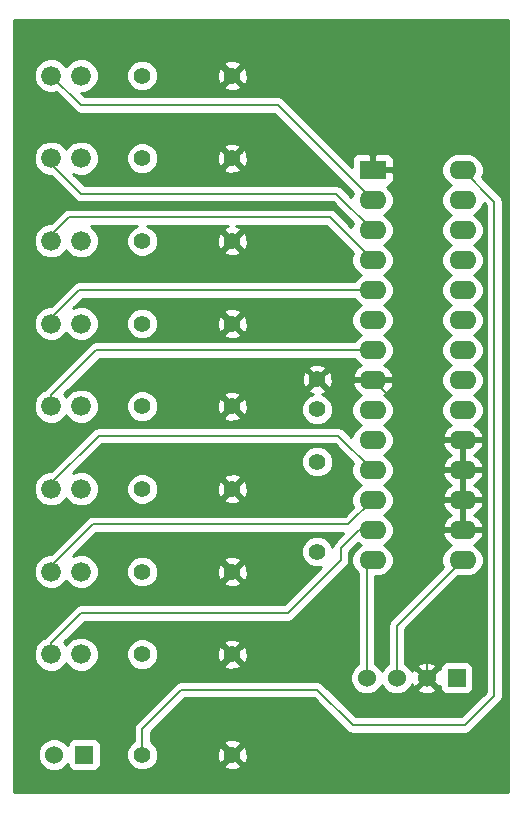
<source format=gbl>
G04 (created by PCBNEW-RS274X (2012-apr-16-27)-stable) date Sa 15 Jun 2013 15:32:55 CEST*
G01*
G70*
G90*
%MOIN*%
G04 Gerber Fmt 3.4, Leading zero omitted, Abs format*
%FSLAX34Y34*%
G04 APERTURE LIST*
%ADD10C,0.006000*%
%ADD11C,0.055000*%
%ADD12R,0.060000X0.060000*%
%ADD13C,0.060000*%
%ADD14C,0.066000*%
%ADD15O,0.090000X0.062000*%
%ADD16R,0.090000X0.062000*%
%ADD17C,0.035000*%
%ADD18C,0.008000*%
%ADD19C,0.010000*%
G04 APERTURE END LIST*
G54D10*
G54D11*
X56571Y-40748D03*
X59571Y-40748D03*
X56571Y-37992D03*
X59571Y-37992D03*
X56571Y-35236D03*
X59571Y-35236D03*
X56571Y-32480D03*
X59571Y-32480D03*
X56571Y-29724D03*
X59571Y-29724D03*
X56571Y-26969D03*
X59571Y-26969D03*
X56571Y-24213D03*
X59571Y-24213D03*
X56571Y-21457D03*
X59571Y-21457D03*
X62402Y-37327D03*
X62402Y-34327D03*
X56571Y-44094D03*
X59571Y-44094D03*
G54D12*
X67051Y-41535D03*
G54D13*
X66051Y-41535D03*
X65051Y-41535D03*
X64051Y-41535D03*
G54D12*
X54634Y-44094D03*
G54D13*
X53634Y-44094D03*
G54D14*
X53535Y-40748D03*
X54535Y-40748D03*
X53535Y-37992D03*
X54535Y-37992D03*
X53535Y-35236D03*
X54535Y-35236D03*
X53535Y-32480D03*
X54535Y-32480D03*
X53535Y-29724D03*
X54535Y-29724D03*
X53535Y-26969D03*
X54535Y-26969D03*
X53535Y-24213D03*
X54535Y-24213D03*
X53535Y-21457D03*
X54535Y-21457D03*
G54D15*
X64248Y-25602D03*
X64248Y-26602D03*
X64248Y-27602D03*
X64248Y-28602D03*
X64248Y-29602D03*
X64248Y-30602D03*
X64248Y-31602D03*
X64248Y-32602D03*
X64248Y-33602D03*
X64248Y-34602D03*
X64248Y-35602D03*
X64248Y-36602D03*
X64248Y-37602D03*
G54D16*
X64248Y-24602D03*
G54D15*
X67248Y-37602D03*
X67248Y-36602D03*
X67248Y-35602D03*
X67248Y-34602D03*
X67248Y-33602D03*
X67248Y-32602D03*
X67248Y-31602D03*
X67248Y-30602D03*
X67248Y-29602D03*
X67248Y-28602D03*
X67248Y-27602D03*
X67248Y-26602D03*
X67248Y-25602D03*
X67248Y-24602D03*
G54D11*
X62402Y-32587D03*
X62402Y-31587D03*
G54D17*
X66142Y-39567D03*
X65748Y-37205D03*
G54D18*
X67248Y-33602D02*
X66248Y-33602D01*
X66051Y-41535D02*
X66051Y-39658D01*
X66248Y-33602D02*
X64248Y-31602D01*
X66351Y-36602D02*
X67248Y-36602D01*
X65748Y-37205D02*
X66351Y-36602D01*
X66051Y-39658D02*
X66142Y-39567D01*
X53535Y-40748D02*
X53535Y-40363D01*
X63792Y-36602D02*
X64248Y-36602D01*
X63189Y-37205D02*
X63792Y-36602D01*
X63189Y-37598D02*
X63189Y-37205D01*
X61417Y-39370D02*
X63189Y-37598D01*
X54528Y-39370D02*
X61417Y-39370D01*
X53535Y-40363D02*
X54528Y-39370D01*
X53535Y-35236D02*
X53535Y-35048D01*
X63111Y-33465D02*
X64248Y-34602D01*
X55118Y-33465D02*
X63111Y-33465D01*
X53535Y-35048D02*
X55118Y-33465D01*
X53535Y-29724D02*
X53535Y-29536D01*
X54469Y-28602D02*
X64248Y-28602D01*
X53535Y-29536D02*
X54469Y-28602D01*
X53535Y-24213D02*
X53535Y-24401D01*
X63040Y-25394D02*
X64248Y-26602D01*
X54528Y-25394D02*
X63040Y-25394D01*
X53535Y-24401D02*
X54528Y-25394D01*
X53535Y-37992D02*
X53535Y-37804D01*
X63433Y-36417D02*
X64248Y-35602D01*
X54922Y-36417D02*
X63433Y-36417D01*
X53535Y-37804D02*
X54922Y-36417D01*
X65051Y-41535D02*
X65051Y-39799D01*
X65051Y-39799D02*
X67248Y-37602D01*
X56571Y-43232D02*
X57874Y-41929D01*
X56571Y-44094D02*
X56571Y-43232D01*
X67323Y-43110D02*
X68307Y-42126D01*
X63583Y-43110D02*
X67323Y-43110D01*
X62402Y-41929D02*
X63583Y-43110D01*
X57874Y-41929D02*
X62402Y-41929D01*
X68307Y-42126D02*
X68307Y-25661D01*
X68307Y-25661D02*
X67248Y-24602D01*
X64051Y-41535D02*
X64051Y-37799D01*
X64051Y-37799D02*
X64248Y-37602D01*
X53535Y-21457D02*
X53544Y-21457D01*
X61087Y-22441D02*
X64248Y-25602D01*
X53544Y-21457D02*
X54528Y-22441D01*
X54528Y-22441D02*
X61087Y-22441D01*
X53535Y-26969D02*
X53535Y-26780D01*
X62827Y-26181D02*
X64248Y-27602D01*
X54134Y-26181D02*
X62827Y-26181D01*
X53535Y-26780D02*
X54134Y-26181D01*
X53535Y-32480D02*
X53535Y-32095D01*
X55028Y-30602D02*
X64248Y-30602D01*
X53535Y-32095D02*
X55028Y-30602D01*
G54D10*
G36*
X68769Y-45344D02*
X68597Y-45344D01*
X68597Y-42126D01*
X68597Y-25661D01*
X68575Y-25550D01*
X68512Y-25456D01*
X68512Y-25455D01*
X67896Y-24839D01*
X67950Y-24711D01*
X67950Y-24493D01*
X67866Y-24291D01*
X67712Y-24137D01*
X67510Y-24053D01*
X67292Y-24053D01*
X66986Y-24053D01*
X66784Y-24137D01*
X66630Y-24291D01*
X66546Y-24493D01*
X66546Y-24711D01*
X66630Y-24913D01*
X66784Y-25067D01*
X66868Y-25102D01*
X66784Y-25137D01*
X66630Y-25291D01*
X66546Y-25493D01*
X66546Y-25711D01*
X66630Y-25913D01*
X66784Y-26067D01*
X66868Y-26102D01*
X66784Y-26137D01*
X66630Y-26291D01*
X66546Y-26493D01*
X66546Y-26711D01*
X66630Y-26913D01*
X66784Y-27067D01*
X66868Y-27102D01*
X66784Y-27137D01*
X66630Y-27291D01*
X66546Y-27493D01*
X66546Y-27711D01*
X66630Y-27913D01*
X66784Y-28067D01*
X66868Y-28102D01*
X66784Y-28137D01*
X66630Y-28291D01*
X66546Y-28493D01*
X66546Y-28711D01*
X66630Y-28913D01*
X66784Y-29067D01*
X66868Y-29102D01*
X66784Y-29137D01*
X66630Y-29291D01*
X66546Y-29493D01*
X66546Y-29711D01*
X66630Y-29913D01*
X66784Y-30067D01*
X66868Y-30102D01*
X66784Y-30137D01*
X66630Y-30291D01*
X66546Y-30493D01*
X66546Y-30711D01*
X66630Y-30913D01*
X66784Y-31067D01*
X66868Y-31102D01*
X66784Y-31137D01*
X66630Y-31291D01*
X66546Y-31493D01*
X66546Y-31711D01*
X66630Y-31913D01*
X66784Y-32067D01*
X66868Y-32102D01*
X66784Y-32137D01*
X66630Y-32291D01*
X66546Y-32493D01*
X66546Y-32711D01*
X66630Y-32913D01*
X66784Y-33067D01*
X66863Y-33100D01*
X66698Y-33220D01*
X66583Y-33406D01*
X66566Y-33465D01*
X66613Y-33552D01*
X67148Y-33552D01*
X67198Y-33552D01*
X67298Y-33552D01*
X67348Y-33552D01*
X67883Y-33552D01*
X67930Y-33465D01*
X67913Y-33406D01*
X67798Y-33220D01*
X67632Y-33100D01*
X67712Y-33067D01*
X67866Y-32913D01*
X67950Y-32711D01*
X67950Y-32493D01*
X67866Y-32291D01*
X67712Y-32137D01*
X67627Y-32102D01*
X67712Y-32067D01*
X67866Y-31913D01*
X67950Y-31711D01*
X67950Y-31493D01*
X67866Y-31291D01*
X67712Y-31137D01*
X67627Y-31102D01*
X67712Y-31067D01*
X67866Y-30913D01*
X67950Y-30711D01*
X67950Y-30493D01*
X67866Y-30291D01*
X67712Y-30137D01*
X67627Y-30102D01*
X67712Y-30067D01*
X67866Y-29913D01*
X67950Y-29711D01*
X67950Y-29493D01*
X67866Y-29291D01*
X67712Y-29137D01*
X67627Y-29102D01*
X67712Y-29067D01*
X67866Y-28913D01*
X67950Y-28711D01*
X67950Y-28493D01*
X67866Y-28291D01*
X67712Y-28137D01*
X67627Y-28102D01*
X67712Y-28067D01*
X67866Y-27913D01*
X67950Y-27711D01*
X67950Y-27493D01*
X67866Y-27291D01*
X67712Y-27137D01*
X67627Y-27102D01*
X67712Y-27067D01*
X67866Y-26913D01*
X67950Y-26711D01*
X67950Y-26493D01*
X67866Y-26291D01*
X67712Y-26137D01*
X67627Y-26102D01*
X67712Y-26067D01*
X67866Y-25913D01*
X67948Y-25713D01*
X68017Y-25781D01*
X68017Y-42006D01*
X67950Y-42073D01*
X67950Y-37711D01*
X67950Y-37493D01*
X67866Y-37291D01*
X67712Y-37137D01*
X67632Y-37103D01*
X67798Y-36984D01*
X67913Y-36798D01*
X67930Y-36739D01*
X67930Y-36465D01*
X67913Y-36406D01*
X67798Y-36220D01*
X67634Y-36102D01*
X67798Y-35984D01*
X67913Y-35798D01*
X67930Y-35739D01*
X67930Y-35465D01*
X67913Y-35406D01*
X67798Y-35220D01*
X67634Y-35102D01*
X67798Y-34984D01*
X67913Y-34798D01*
X67930Y-34739D01*
X67930Y-34465D01*
X67913Y-34406D01*
X67798Y-34220D01*
X67634Y-34102D01*
X67798Y-33984D01*
X67913Y-33798D01*
X67930Y-33739D01*
X67883Y-33652D01*
X67298Y-33652D01*
X67298Y-34042D01*
X67298Y-34162D01*
X67298Y-34552D01*
X67883Y-34552D01*
X67930Y-34465D01*
X67930Y-34739D01*
X67883Y-34652D01*
X67298Y-34652D01*
X67298Y-35042D01*
X67298Y-35162D01*
X67298Y-35552D01*
X67883Y-35552D01*
X67930Y-35465D01*
X67930Y-35739D01*
X67883Y-35652D01*
X67298Y-35652D01*
X67298Y-36042D01*
X67298Y-36162D01*
X67298Y-36552D01*
X67883Y-36552D01*
X67930Y-36465D01*
X67930Y-36739D01*
X67883Y-36652D01*
X67348Y-36652D01*
X67298Y-36652D01*
X67198Y-36652D01*
X67198Y-36552D01*
X67198Y-36162D01*
X67198Y-36042D01*
X67198Y-35652D01*
X67198Y-35552D01*
X67198Y-35162D01*
X67198Y-35042D01*
X67198Y-34652D01*
X67198Y-34552D01*
X67198Y-34162D01*
X67198Y-34042D01*
X67198Y-33652D01*
X66613Y-33652D01*
X66566Y-33739D01*
X66583Y-33798D01*
X66698Y-33984D01*
X66861Y-34102D01*
X66698Y-34220D01*
X66583Y-34406D01*
X66566Y-34465D01*
X66613Y-34552D01*
X67198Y-34552D01*
X67198Y-34652D01*
X66613Y-34652D01*
X66566Y-34739D01*
X66583Y-34798D01*
X66698Y-34984D01*
X66861Y-35102D01*
X66698Y-35220D01*
X66583Y-35406D01*
X66566Y-35465D01*
X66613Y-35552D01*
X67198Y-35552D01*
X67198Y-35652D01*
X66613Y-35652D01*
X66566Y-35739D01*
X66583Y-35798D01*
X66698Y-35984D01*
X66861Y-36102D01*
X66698Y-36220D01*
X66583Y-36406D01*
X66566Y-36465D01*
X66613Y-36552D01*
X67198Y-36552D01*
X67198Y-36652D01*
X67148Y-36652D01*
X66613Y-36652D01*
X66566Y-36739D01*
X66583Y-36798D01*
X66698Y-36984D01*
X66863Y-37103D01*
X66784Y-37137D01*
X66630Y-37291D01*
X66546Y-37493D01*
X66546Y-37711D01*
X66599Y-37840D01*
X64846Y-39594D01*
X64783Y-39688D01*
X64761Y-39799D01*
X64761Y-41061D01*
X64740Y-41070D01*
X64586Y-41224D01*
X64551Y-41308D01*
X64516Y-41224D01*
X64362Y-41070D01*
X64341Y-41061D01*
X64341Y-38151D01*
X64510Y-38151D01*
X64712Y-38067D01*
X64866Y-37913D01*
X64950Y-37711D01*
X64950Y-37493D01*
X64866Y-37291D01*
X64712Y-37137D01*
X64627Y-37102D01*
X64712Y-37067D01*
X64866Y-36913D01*
X64950Y-36711D01*
X64950Y-36493D01*
X64866Y-36291D01*
X64712Y-36137D01*
X64627Y-36102D01*
X64712Y-36067D01*
X64866Y-35913D01*
X64950Y-35711D01*
X64950Y-35493D01*
X64866Y-35291D01*
X64712Y-35137D01*
X64627Y-35102D01*
X64712Y-35067D01*
X64866Y-34913D01*
X64950Y-34711D01*
X64950Y-34493D01*
X64866Y-34291D01*
X64712Y-34137D01*
X64627Y-34102D01*
X64712Y-34067D01*
X64866Y-33913D01*
X64950Y-33711D01*
X64950Y-33493D01*
X64866Y-33291D01*
X64712Y-33137D01*
X64627Y-33102D01*
X64712Y-33067D01*
X64866Y-32913D01*
X64950Y-32711D01*
X64950Y-32493D01*
X64950Y-30711D01*
X64950Y-30493D01*
X64866Y-30291D01*
X64712Y-30137D01*
X64627Y-30102D01*
X64712Y-30067D01*
X64866Y-29913D01*
X64950Y-29711D01*
X64950Y-29493D01*
X64866Y-29291D01*
X64712Y-29137D01*
X64627Y-29102D01*
X64712Y-29067D01*
X64866Y-28913D01*
X64950Y-28711D01*
X64950Y-28493D01*
X64866Y-28291D01*
X64712Y-28137D01*
X64627Y-28102D01*
X64712Y-28067D01*
X64866Y-27913D01*
X64950Y-27711D01*
X64950Y-27493D01*
X64866Y-27291D01*
X64712Y-27137D01*
X64627Y-27102D01*
X64712Y-27067D01*
X64866Y-26913D01*
X64950Y-26711D01*
X64950Y-26493D01*
X64866Y-26291D01*
X64712Y-26137D01*
X64627Y-26102D01*
X64712Y-26067D01*
X64866Y-25913D01*
X64950Y-25711D01*
X64950Y-25493D01*
X64866Y-25291D01*
X64736Y-25161D01*
X64748Y-25161D01*
X64839Y-25123D01*
X64909Y-25053D01*
X64947Y-24961D01*
X64948Y-24714D01*
X64948Y-24490D01*
X64947Y-24243D01*
X64909Y-24151D01*
X64839Y-24081D01*
X64748Y-24043D01*
X64649Y-24043D01*
X64360Y-24042D01*
X64298Y-24104D01*
X64298Y-24552D01*
X64886Y-24552D01*
X64948Y-24490D01*
X64948Y-24714D01*
X64886Y-24652D01*
X64348Y-24652D01*
X64298Y-24652D01*
X64198Y-24652D01*
X64198Y-24552D01*
X64198Y-24502D01*
X64198Y-24104D01*
X64136Y-24042D01*
X63847Y-24043D01*
X63748Y-24043D01*
X63657Y-24081D01*
X63587Y-24151D01*
X63549Y-24243D01*
X63548Y-24490D01*
X63560Y-24502D01*
X63558Y-24502D01*
X61292Y-22236D01*
X61198Y-22173D01*
X61087Y-22151D01*
X60090Y-22151D01*
X60090Y-21531D01*
X60079Y-21327D01*
X60023Y-21190D01*
X59932Y-21167D01*
X59861Y-21238D01*
X59861Y-21096D01*
X59838Y-21005D01*
X59645Y-20938D01*
X59441Y-20949D01*
X59304Y-21005D01*
X59281Y-21096D01*
X59571Y-21386D01*
X59861Y-21096D01*
X59861Y-21238D01*
X59642Y-21457D01*
X59932Y-21747D01*
X60023Y-21724D01*
X60090Y-21531D01*
X60090Y-22151D01*
X59861Y-22151D01*
X59861Y-21818D01*
X59571Y-21528D01*
X59500Y-21599D01*
X59500Y-21457D01*
X59210Y-21167D01*
X59119Y-21190D01*
X59052Y-21383D01*
X59063Y-21587D01*
X59119Y-21724D01*
X59210Y-21747D01*
X59500Y-21457D01*
X59500Y-21599D01*
X59281Y-21818D01*
X59304Y-21909D01*
X59497Y-21976D01*
X59701Y-21965D01*
X59838Y-21909D01*
X59861Y-21818D01*
X59861Y-22151D01*
X57096Y-22151D01*
X57096Y-21562D01*
X57096Y-21353D01*
X57016Y-21160D01*
X56869Y-21012D01*
X56676Y-20932D01*
X56467Y-20932D01*
X56274Y-21012D01*
X56126Y-21159D01*
X56046Y-21352D01*
X56046Y-21561D01*
X56126Y-21754D01*
X56273Y-21902D01*
X56466Y-21982D01*
X56675Y-21982D01*
X56868Y-21902D01*
X57016Y-21755D01*
X57096Y-21562D01*
X57096Y-22151D01*
X54648Y-22151D01*
X54534Y-22037D01*
X54650Y-22037D01*
X54863Y-21949D01*
X55026Y-21786D01*
X55115Y-21573D01*
X55115Y-21342D01*
X55027Y-21129D01*
X54864Y-20966D01*
X54651Y-20877D01*
X54420Y-20877D01*
X54207Y-20965D01*
X54044Y-21128D01*
X54035Y-21148D01*
X54027Y-21129D01*
X53864Y-20966D01*
X53651Y-20877D01*
X53420Y-20877D01*
X53207Y-20965D01*
X53044Y-21128D01*
X52955Y-21341D01*
X52955Y-21572D01*
X53043Y-21785D01*
X53206Y-21948D01*
X53419Y-22037D01*
X53650Y-22037D01*
X53695Y-22018D01*
X54323Y-22646D01*
X54417Y-22709D01*
X54528Y-22731D01*
X60967Y-22731D01*
X63599Y-25363D01*
X63546Y-25490D01*
X63245Y-25189D01*
X63151Y-25126D01*
X63040Y-25104D01*
X60090Y-25104D01*
X60090Y-24287D01*
X60079Y-24083D01*
X60023Y-23946D01*
X59932Y-23923D01*
X59861Y-23994D01*
X59861Y-23852D01*
X59838Y-23761D01*
X59645Y-23694D01*
X59441Y-23705D01*
X59304Y-23761D01*
X59281Y-23852D01*
X59571Y-24142D01*
X59861Y-23852D01*
X59861Y-23994D01*
X59642Y-24213D01*
X59932Y-24503D01*
X60023Y-24480D01*
X60090Y-24287D01*
X60090Y-25104D01*
X59861Y-25104D01*
X59861Y-24574D01*
X59571Y-24284D01*
X59500Y-24355D01*
X59500Y-24213D01*
X59210Y-23923D01*
X59119Y-23946D01*
X59052Y-24139D01*
X59063Y-24343D01*
X59119Y-24480D01*
X59210Y-24503D01*
X59500Y-24213D01*
X59500Y-24355D01*
X59281Y-24574D01*
X59304Y-24665D01*
X59497Y-24732D01*
X59701Y-24721D01*
X59838Y-24665D01*
X59861Y-24574D01*
X59861Y-25104D01*
X57096Y-25104D01*
X57096Y-24318D01*
X57096Y-24109D01*
X57016Y-23916D01*
X56869Y-23768D01*
X56676Y-23688D01*
X56467Y-23688D01*
X56274Y-23768D01*
X56126Y-23915D01*
X56046Y-24108D01*
X56046Y-24317D01*
X56126Y-24510D01*
X56273Y-24658D01*
X56466Y-24738D01*
X56675Y-24738D01*
X56868Y-24658D01*
X57016Y-24511D01*
X57096Y-24318D01*
X57096Y-25104D01*
X54648Y-25104D01*
X54278Y-24734D01*
X54419Y-24793D01*
X54650Y-24793D01*
X54863Y-24705D01*
X55026Y-24542D01*
X55115Y-24329D01*
X55115Y-24098D01*
X55027Y-23885D01*
X54864Y-23722D01*
X54651Y-23633D01*
X54420Y-23633D01*
X54207Y-23721D01*
X54044Y-23884D01*
X54035Y-23904D01*
X54027Y-23885D01*
X53864Y-23722D01*
X53651Y-23633D01*
X53420Y-23633D01*
X53207Y-23721D01*
X53044Y-23884D01*
X52955Y-24097D01*
X52955Y-24328D01*
X53043Y-24541D01*
X53206Y-24704D01*
X53419Y-24793D01*
X53517Y-24793D01*
X54323Y-25599D01*
X54417Y-25662D01*
X54528Y-25684D01*
X62920Y-25684D01*
X63599Y-26363D01*
X63546Y-26490D01*
X63032Y-25976D01*
X62938Y-25913D01*
X62827Y-25891D01*
X54134Y-25891D01*
X54023Y-25913D01*
X53929Y-25976D01*
X53516Y-26389D01*
X53420Y-26389D01*
X53207Y-26477D01*
X53044Y-26640D01*
X52955Y-26853D01*
X52955Y-27084D01*
X53043Y-27297D01*
X53206Y-27460D01*
X53419Y-27549D01*
X53650Y-27549D01*
X53863Y-27461D01*
X54026Y-27298D01*
X54034Y-27277D01*
X54043Y-27297D01*
X54206Y-27460D01*
X54419Y-27549D01*
X54650Y-27549D01*
X54863Y-27461D01*
X55026Y-27298D01*
X55115Y-27085D01*
X55115Y-26854D01*
X55027Y-26641D01*
X54864Y-26478D01*
X54847Y-26471D01*
X56401Y-26471D01*
X56274Y-26524D01*
X56126Y-26671D01*
X56046Y-26864D01*
X56046Y-27073D01*
X56126Y-27266D01*
X56273Y-27414D01*
X56466Y-27494D01*
X56675Y-27494D01*
X56868Y-27414D01*
X57016Y-27267D01*
X57096Y-27074D01*
X57096Y-26865D01*
X57016Y-26672D01*
X56869Y-26524D01*
X56741Y-26471D01*
X59416Y-26471D01*
X59304Y-26517D01*
X59281Y-26608D01*
X59571Y-26898D01*
X59861Y-26608D01*
X59838Y-26517D01*
X59705Y-26471D01*
X62707Y-26471D01*
X63599Y-27363D01*
X63546Y-27493D01*
X63546Y-27711D01*
X63630Y-27913D01*
X63784Y-28067D01*
X63868Y-28102D01*
X63784Y-28137D01*
X63630Y-28291D01*
X63621Y-28312D01*
X60090Y-28312D01*
X60090Y-27043D01*
X60079Y-26839D01*
X60023Y-26702D01*
X59932Y-26679D01*
X59642Y-26969D01*
X59932Y-27259D01*
X60023Y-27236D01*
X60090Y-27043D01*
X60090Y-28312D01*
X59861Y-28312D01*
X59861Y-27330D01*
X59571Y-27040D01*
X59500Y-27111D01*
X59500Y-26969D01*
X59210Y-26679D01*
X59119Y-26702D01*
X59052Y-26895D01*
X59063Y-27099D01*
X59119Y-27236D01*
X59210Y-27259D01*
X59500Y-26969D01*
X59500Y-27111D01*
X59281Y-27330D01*
X59304Y-27421D01*
X59497Y-27488D01*
X59701Y-27477D01*
X59838Y-27421D01*
X59861Y-27330D01*
X59861Y-28312D01*
X54469Y-28312D01*
X54358Y-28334D01*
X54264Y-28397D01*
X54263Y-28397D01*
X54263Y-28398D01*
X53517Y-29144D01*
X53420Y-29144D01*
X53207Y-29232D01*
X53044Y-29395D01*
X52955Y-29608D01*
X52955Y-29839D01*
X53043Y-30052D01*
X53206Y-30215D01*
X53419Y-30304D01*
X53650Y-30304D01*
X53863Y-30216D01*
X54026Y-30053D01*
X54034Y-30032D01*
X54043Y-30052D01*
X54206Y-30215D01*
X54419Y-30304D01*
X54650Y-30304D01*
X54863Y-30216D01*
X55026Y-30053D01*
X55115Y-29840D01*
X55115Y-29609D01*
X55027Y-29396D01*
X54864Y-29233D01*
X54651Y-29144D01*
X54420Y-29144D01*
X54278Y-29202D01*
X54589Y-28892D01*
X63621Y-28892D01*
X63630Y-28913D01*
X63784Y-29067D01*
X63868Y-29102D01*
X63784Y-29137D01*
X63630Y-29291D01*
X63546Y-29493D01*
X63546Y-29711D01*
X63630Y-29913D01*
X63784Y-30067D01*
X63868Y-30102D01*
X63784Y-30137D01*
X63630Y-30291D01*
X63621Y-30312D01*
X60090Y-30312D01*
X60090Y-29798D01*
X60079Y-29594D01*
X60023Y-29457D01*
X59932Y-29434D01*
X59861Y-29505D01*
X59861Y-29363D01*
X59838Y-29272D01*
X59645Y-29205D01*
X59441Y-29216D01*
X59304Y-29272D01*
X59281Y-29363D01*
X59571Y-29653D01*
X59861Y-29363D01*
X59861Y-29505D01*
X59642Y-29724D01*
X59932Y-30014D01*
X60023Y-29991D01*
X60090Y-29798D01*
X60090Y-30312D01*
X59861Y-30312D01*
X59861Y-30085D01*
X59571Y-29795D01*
X59500Y-29866D01*
X59500Y-29724D01*
X59210Y-29434D01*
X59119Y-29457D01*
X59052Y-29650D01*
X59063Y-29854D01*
X59119Y-29991D01*
X59210Y-30014D01*
X59500Y-29724D01*
X59500Y-29866D01*
X59281Y-30085D01*
X59304Y-30176D01*
X59497Y-30243D01*
X59701Y-30232D01*
X59838Y-30176D01*
X59861Y-30085D01*
X59861Y-30312D01*
X57096Y-30312D01*
X57096Y-29829D01*
X57096Y-29620D01*
X57016Y-29427D01*
X56869Y-29279D01*
X56676Y-29199D01*
X56467Y-29199D01*
X56274Y-29279D01*
X56126Y-29426D01*
X56046Y-29619D01*
X56046Y-29828D01*
X56126Y-30021D01*
X56273Y-30169D01*
X56466Y-30249D01*
X56675Y-30249D01*
X56868Y-30169D01*
X57016Y-30022D01*
X57096Y-29829D01*
X57096Y-30312D01*
X55028Y-30312D01*
X54917Y-30334D01*
X54823Y-30397D01*
X53330Y-31890D01*
X53286Y-31955D01*
X53207Y-31988D01*
X53044Y-32151D01*
X52955Y-32364D01*
X52955Y-32595D01*
X53043Y-32808D01*
X53206Y-32971D01*
X53419Y-33060D01*
X53650Y-33060D01*
X53863Y-32972D01*
X54026Y-32809D01*
X54034Y-32788D01*
X54043Y-32808D01*
X54206Y-32971D01*
X54419Y-33060D01*
X54650Y-33060D01*
X54863Y-32972D01*
X55026Y-32809D01*
X55115Y-32596D01*
X55115Y-32365D01*
X55027Y-32152D01*
X54864Y-31989D01*
X54651Y-31900D01*
X54420Y-31900D01*
X54207Y-31988D01*
X54044Y-32151D01*
X54035Y-32171D01*
X54027Y-32152D01*
X53957Y-32082D01*
X55148Y-30892D01*
X63621Y-30892D01*
X63630Y-30913D01*
X63784Y-31067D01*
X63863Y-31100D01*
X63698Y-31220D01*
X63583Y-31406D01*
X63566Y-31465D01*
X63613Y-31552D01*
X64148Y-31552D01*
X64198Y-31552D01*
X64298Y-31552D01*
X64348Y-31552D01*
X64883Y-31552D01*
X64930Y-31465D01*
X64913Y-31406D01*
X64798Y-31220D01*
X64632Y-31100D01*
X64712Y-31067D01*
X64866Y-30913D01*
X64950Y-30711D01*
X64950Y-32493D01*
X64866Y-32291D01*
X64712Y-32137D01*
X64632Y-32103D01*
X64798Y-31984D01*
X64913Y-31798D01*
X64930Y-31739D01*
X64883Y-31652D01*
X64348Y-31652D01*
X64298Y-31652D01*
X64198Y-31652D01*
X64148Y-31652D01*
X63613Y-31652D01*
X63566Y-31739D01*
X63583Y-31798D01*
X63698Y-31984D01*
X63863Y-32103D01*
X63784Y-32137D01*
X63630Y-32291D01*
X63546Y-32493D01*
X63546Y-32711D01*
X63630Y-32913D01*
X63784Y-33067D01*
X63868Y-33102D01*
X63784Y-33137D01*
X63630Y-33291D01*
X63546Y-33490D01*
X63316Y-33260D01*
X63222Y-33197D01*
X63111Y-33175D01*
X62927Y-33175D01*
X62927Y-32692D01*
X62927Y-32483D01*
X62921Y-32468D01*
X62921Y-31661D01*
X62910Y-31457D01*
X62854Y-31320D01*
X62763Y-31297D01*
X62692Y-31368D01*
X62692Y-31226D01*
X62669Y-31135D01*
X62476Y-31068D01*
X62272Y-31079D01*
X62135Y-31135D01*
X62112Y-31226D01*
X62402Y-31516D01*
X62692Y-31226D01*
X62692Y-31368D01*
X62473Y-31587D01*
X62763Y-31877D01*
X62854Y-31854D01*
X62921Y-31661D01*
X62921Y-32468D01*
X62847Y-32290D01*
X62700Y-32142D01*
X62559Y-32083D01*
X62669Y-32039D01*
X62692Y-31948D01*
X62402Y-31658D01*
X62331Y-31729D01*
X62331Y-31587D01*
X62041Y-31297D01*
X61950Y-31320D01*
X61883Y-31513D01*
X61894Y-31717D01*
X61950Y-31854D01*
X62041Y-31877D01*
X62331Y-31587D01*
X62331Y-31729D01*
X62112Y-31948D01*
X62135Y-32039D01*
X62253Y-32080D01*
X62105Y-32142D01*
X61957Y-32289D01*
X61877Y-32482D01*
X61877Y-32691D01*
X61957Y-32884D01*
X62104Y-33032D01*
X62297Y-33112D01*
X62506Y-33112D01*
X62699Y-33032D01*
X62847Y-32885D01*
X62927Y-32692D01*
X62927Y-33175D01*
X60090Y-33175D01*
X60090Y-32554D01*
X60079Y-32350D01*
X60023Y-32213D01*
X59932Y-32190D01*
X59861Y-32261D01*
X59861Y-32119D01*
X59838Y-32028D01*
X59645Y-31961D01*
X59441Y-31972D01*
X59304Y-32028D01*
X59281Y-32119D01*
X59571Y-32409D01*
X59861Y-32119D01*
X59861Y-32261D01*
X59642Y-32480D01*
X59932Y-32770D01*
X60023Y-32747D01*
X60090Y-32554D01*
X60090Y-33175D01*
X59861Y-33175D01*
X59861Y-32841D01*
X59571Y-32551D01*
X59500Y-32622D01*
X59500Y-32480D01*
X59210Y-32190D01*
X59119Y-32213D01*
X59052Y-32406D01*
X59063Y-32610D01*
X59119Y-32747D01*
X59210Y-32770D01*
X59500Y-32480D01*
X59500Y-32622D01*
X59281Y-32841D01*
X59304Y-32932D01*
X59497Y-32999D01*
X59701Y-32988D01*
X59838Y-32932D01*
X59861Y-32841D01*
X59861Y-33175D01*
X57096Y-33175D01*
X57096Y-32585D01*
X57096Y-32376D01*
X57016Y-32183D01*
X56869Y-32035D01*
X56676Y-31955D01*
X56467Y-31955D01*
X56274Y-32035D01*
X56126Y-32182D01*
X56046Y-32375D01*
X56046Y-32584D01*
X56126Y-32777D01*
X56273Y-32925D01*
X56466Y-33005D01*
X56675Y-33005D01*
X56868Y-32925D01*
X57016Y-32778D01*
X57096Y-32585D01*
X57096Y-33175D01*
X55118Y-33175D01*
X55007Y-33197D01*
X54975Y-33218D01*
X54912Y-33260D01*
X53516Y-34656D01*
X53420Y-34656D01*
X53207Y-34744D01*
X53044Y-34907D01*
X52955Y-35120D01*
X52955Y-35351D01*
X53043Y-35564D01*
X53206Y-35727D01*
X53419Y-35816D01*
X53650Y-35816D01*
X53863Y-35728D01*
X54026Y-35565D01*
X54034Y-35544D01*
X54043Y-35564D01*
X54206Y-35727D01*
X54419Y-35816D01*
X54650Y-35816D01*
X54863Y-35728D01*
X55026Y-35565D01*
X55115Y-35352D01*
X55115Y-35121D01*
X55027Y-34908D01*
X54864Y-34745D01*
X54651Y-34656D01*
X54420Y-34656D01*
X54279Y-34714D01*
X55238Y-33755D01*
X62991Y-33755D01*
X63599Y-34363D01*
X63546Y-34493D01*
X63546Y-34711D01*
X63630Y-34913D01*
X63784Y-35067D01*
X63868Y-35102D01*
X63784Y-35137D01*
X63630Y-35291D01*
X63546Y-35493D01*
X63546Y-35711D01*
X63599Y-35840D01*
X63313Y-36127D01*
X62927Y-36127D01*
X62927Y-34432D01*
X62927Y-34223D01*
X62847Y-34030D01*
X62700Y-33882D01*
X62507Y-33802D01*
X62298Y-33802D01*
X62105Y-33882D01*
X61957Y-34029D01*
X61877Y-34222D01*
X61877Y-34431D01*
X61957Y-34624D01*
X62104Y-34772D01*
X62297Y-34852D01*
X62506Y-34852D01*
X62699Y-34772D01*
X62847Y-34625D01*
X62927Y-34432D01*
X62927Y-36127D01*
X60090Y-36127D01*
X60090Y-35310D01*
X60079Y-35106D01*
X60023Y-34969D01*
X59932Y-34946D01*
X59861Y-35017D01*
X59861Y-34875D01*
X59838Y-34784D01*
X59645Y-34717D01*
X59441Y-34728D01*
X59304Y-34784D01*
X59281Y-34875D01*
X59571Y-35165D01*
X59861Y-34875D01*
X59861Y-35017D01*
X59642Y-35236D01*
X59932Y-35526D01*
X60023Y-35503D01*
X60090Y-35310D01*
X60090Y-36127D01*
X59861Y-36127D01*
X59861Y-35597D01*
X59571Y-35307D01*
X59500Y-35378D01*
X59500Y-35236D01*
X59210Y-34946D01*
X59119Y-34969D01*
X59052Y-35162D01*
X59063Y-35366D01*
X59119Y-35503D01*
X59210Y-35526D01*
X59500Y-35236D01*
X59500Y-35378D01*
X59281Y-35597D01*
X59304Y-35688D01*
X59497Y-35755D01*
X59701Y-35744D01*
X59838Y-35688D01*
X59861Y-35597D01*
X59861Y-36127D01*
X57096Y-36127D01*
X57096Y-35341D01*
X57096Y-35132D01*
X57016Y-34939D01*
X56869Y-34791D01*
X56676Y-34711D01*
X56467Y-34711D01*
X56274Y-34791D01*
X56126Y-34938D01*
X56046Y-35131D01*
X56046Y-35340D01*
X56126Y-35533D01*
X56273Y-35681D01*
X56466Y-35761D01*
X56675Y-35761D01*
X56868Y-35681D01*
X57016Y-35534D01*
X57096Y-35341D01*
X57096Y-36127D01*
X54922Y-36127D01*
X54811Y-36149D01*
X54717Y-36212D01*
X53517Y-37412D01*
X53420Y-37412D01*
X53207Y-37500D01*
X53044Y-37663D01*
X52955Y-37876D01*
X52955Y-38107D01*
X53043Y-38320D01*
X53206Y-38483D01*
X53419Y-38572D01*
X53650Y-38572D01*
X53863Y-38484D01*
X54026Y-38321D01*
X54034Y-38300D01*
X54043Y-38320D01*
X54206Y-38483D01*
X54419Y-38572D01*
X54650Y-38572D01*
X54863Y-38484D01*
X55026Y-38321D01*
X55115Y-38108D01*
X55115Y-37877D01*
X55027Y-37664D01*
X54864Y-37501D01*
X54651Y-37412D01*
X54420Y-37412D01*
X54278Y-37470D01*
X55042Y-36707D01*
X63276Y-36707D01*
X62984Y-37000D01*
X62921Y-37094D01*
X62905Y-37171D01*
X62847Y-37030D01*
X62700Y-36882D01*
X62507Y-36802D01*
X62298Y-36802D01*
X62105Y-36882D01*
X61957Y-37029D01*
X61877Y-37222D01*
X61877Y-37431D01*
X61957Y-37624D01*
X62104Y-37772D01*
X62297Y-37852D01*
X62506Y-37852D01*
X62538Y-37838D01*
X61297Y-39080D01*
X60090Y-39080D01*
X60090Y-38066D01*
X60079Y-37862D01*
X60023Y-37725D01*
X59932Y-37702D01*
X59861Y-37773D01*
X59861Y-37631D01*
X59838Y-37540D01*
X59645Y-37473D01*
X59441Y-37484D01*
X59304Y-37540D01*
X59281Y-37631D01*
X59571Y-37921D01*
X59861Y-37631D01*
X59861Y-37773D01*
X59642Y-37992D01*
X59932Y-38282D01*
X60023Y-38259D01*
X60090Y-38066D01*
X60090Y-39080D01*
X59861Y-39080D01*
X59861Y-38353D01*
X59571Y-38063D01*
X59500Y-38134D01*
X59500Y-37992D01*
X59210Y-37702D01*
X59119Y-37725D01*
X59052Y-37918D01*
X59063Y-38122D01*
X59119Y-38259D01*
X59210Y-38282D01*
X59500Y-37992D01*
X59500Y-38134D01*
X59281Y-38353D01*
X59304Y-38444D01*
X59497Y-38511D01*
X59701Y-38500D01*
X59838Y-38444D01*
X59861Y-38353D01*
X59861Y-39080D01*
X57096Y-39080D01*
X57096Y-38097D01*
X57096Y-37888D01*
X57016Y-37695D01*
X56869Y-37547D01*
X56676Y-37467D01*
X56467Y-37467D01*
X56274Y-37547D01*
X56126Y-37694D01*
X56046Y-37887D01*
X56046Y-38096D01*
X56126Y-38289D01*
X56273Y-38437D01*
X56466Y-38517D01*
X56675Y-38517D01*
X56868Y-38437D01*
X57016Y-38290D01*
X57096Y-38097D01*
X57096Y-39080D01*
X54528Y-39080D01*
X54417Y-39102D01*
X54323Y-39165D01*
X53330Y-40158D01*
X53286Y-40223D01*
X53207Y-40256D01*
X53044Y-40419D01*
X52955Y-40632D01*
X52955Y-40863D01*
X53043Y-41076D01*
X53206Y-41239D01*
X53419Y-41328D01*
X53650Y-41328D01*
X53863Y-41240D01*
X54026Y-41077D01*
X54034Y-41056D01*
X54043Y-41076D01*
X54206Y-41239D01*
X54419Y-41328D01*
X54650Y-41328D01*
X54863Y-41240D01*
X55026Y-41077D01*
X55115Y-40864D01*
X55115Y-40633D01*
X55027Y-40420D01*
X54864Y-40257D01*
X54651Y-40168D01*
X54420Y-40168D01*
X54207Y-40256D01*
X54044Y-40419D01*
X54035Y-40439D01*
X54027Y-40420D01*
X53957Y-40350D01*
X54648Y-39660D01*
X61417Y-39660D01*
X61528Y-39638D01*
X61622Y-39575D01*
X63393Y-37804D01*
X63393Y-37803D01*
X63394Y-37803D01*
X63456Y-37710D01*
X63457Y-37709D01*
X63478Y-37599D01*
X63479Y-37598D01*
X63479Y-37325D01*
X63760Y-37043D01*
X63784Y-37067D01*
X63868Y-37102D01*
X63784Y-37137D01*
X63630Y-37291D01*
X63546Y-37493D01*
X63546Y-37711D01*
X63630Y-37913D01*
X63761Y-38044D01*
X63761Y-41061D01*
X63740Y-41070D01*
X63586Y-41224D01*
X63502Y-41426D01*
X63502Y-41644D01*
X63586Y-41846D01*
X63740Y-42000D01*
X63942Y-42084D01*
X64160Y-42084D01*
X64362Y-42000D01*
X64516Y-41846D01*
X64551Y-41761D01*
X64586Y-41846D01*
X64740Y-42000D01*
X64942Y-42084D01*
X65160Y-42084D01*
X65362Y-42000D01*
X65516Y-41846D01*
X65553Y-41754D01*
X65579Y-41816D01*
X65673Y-41843D01*
X65980Y-41535D01*
X65673Y-41227D01*
X65579Y-41254D01*
X65555Y-41319D01*
X65516Y-41224D01*
X65362Y-41070D01*
X65341Y-41061D01*
X65341Y-39919D01*
X67109Y-38151D01*
X67204Y-38151D01*
X67510Y-38151D01*
X67712Y-38067D01*
X67866Y-37913D01*
X67950Y-37711D01*
X67950Y-42073D01*
X67600Y-42423D01*
X67600Y-41885D01*
X67600Y-41786D01*
X67600Y-41186D01*
X67562Y-41094D01*
X67492Y-41024D01*
X67401Y-40986D01*
X67302Y-40986D01*
X66702Y-40986D01*
X66610Y-41024D01*
X66540Y-41094D01*
X66502Y-41185D01*
X66502Y-41247D01*
X66429Y-41227D01*
X66359Y-41297D01*
X66359Y-41157D01*
X66332Y-41063D01*
X66130Y-40992D01*
X65917Y-41003D01*
X65770Y-41063D01*
X65743Y-41157D01*
X66051Y-41464D01*
X66359Y-41157D01*
X66359Y-41297D01*
X66122Y-41535D01*
X66429Y-41843D01*
X66502Y-41822D01*
X66502Y-41884D01*
X66540Y-41976D01*
X66610Y-42046D01*
X66701Y-42084D01*
X66800Y-42084D01*
X67400Y-42084D01*
X67492Y-42046D01*
X67562Y-41976D01*
X67600Y-41885D01*
X67600Y-42423D01*
X67203Y-42820D01*
X66359Y-42820D01*
X66359Y-41913D01*
X66051Y-41606D01*
X65743Y-41913D01*
X65770Y-42007D01*
X65972Y-42078D01*
X66185Y-42067D01*
X66332Y-42007D01*
X66359Y-41913D01*
X66359Y-42820D01*
X63703Y-42820D01*
X62607Y-41724D01*
X62513Y-41661D01*
X62402Y-41639D01*
X60090Y-41639D01*
X60090Y-40822D01*
X60079Y-40618D01*
X60023Y-40481D01*
X59932Y-40458D01*
X59861Y-40529D01*
X59861Y-40387D01*
X59838Y-40296D01*
X59645Y-40229D01*
X59441Y-40240D01*
X59304Y-40296D01*
X59281Y-40387D01*
X59571Y-40677D01*
X59861Y-40387D01*
X59861Y-40529D01*
X59642Y-40748D01*
X59932Y-41038D01*
X60023Y-41015D01*
X60090Y-40822D01*
X60090Y-41639D01*
X59861Y-41639D01*
X59861Y-41109D01*
X59571Y-40819D01*
X59500Y-40890D01*
X59500Y-40748D01*
X59210Y-40458D01*
X59119Y-40481D01*
X59052Y-40674D01*
X59063Y-40878D01*
X59119Y-41015D01*
X59210Y-41038D01*
X59500Y-40748D01*
X59500Y-40890D01*
X59281Y-41109D01*
X59304Y-41200D01*
X59497Y-41267D01*
X59701Y-41256D01*
X59838Y-41200D01*
X59861Y-41109D01*
X59861Y-41639D01*
X57874Y-41639D01*
X57763Y-41661D01*
X57731Y-41682D01*
X57668Y-41724D01*
X57096Y-42296D01*
X57096Y-40853D01*
X57096Y-40644D01*
X57016Y-40451D01*
X56869Y-40303D01*
X56676Y-40223D01*
X56467Y-40223D01*
X56274Y-40303D01*
X56126Y-40450D01*
X56046Y-40643D01*
X56046Y-40852D01*
X56126Y-41045D01*
X56273Y-41193D01*
X56466Y-41273D01*
X56675Y-41273D01*
X56868Y-41193D01*
X57016Y-41046D01*
X57096Y-40853D01*
X57096Y-42296D01*
X56366Y-43027D01*
X56303Y-43121D01*
X56281Y-43232D01*
X56281Y-43646D01*
X56274Y-43649D01*
X56126Y-43796D01*
X56046Y-43989D01*
X56046Y-44198D01*
X56126Y-44391D01*
X56273Y-44539D01*
X56466Y-44619D01*
X56675Y-44619D01*
X56868Y-44539D01*
X57016Y-44392D01*
X57096Y-44199D01*
X57096Y-43990D01*
X57016Y-43797D01*
X56869Y-43649D01*
X56861Y-43645D01*
X56861Y-43352D01*
X57994Y-42219D01*
X62282Y-42219D01*
X63378Y-43315D01*
X63472Y-43378D01*
X63583Y-43400D01*
X67323Y-43400D01*
X67434Y-43378D01*
X67528Y-43315D01*
X68512Y-42331D01*
X68575Y-42237D01*
X68596Y-42126D01*
X68597Y-42126D01*
X68597Y-45344D01*
X60090Y-45344D01*
X60090Y-44168D01*
X60079Y-43964D01*
X60023Y-43827D01*
X59932Y-43804D01*
X59861Y-43875D01*
X59861Y-43733D01*
X59838Y-43642D01*
X59645Y-43575D01*
X59441Y-43586D01*
X59304Y-43642D01*
X59281Y-43733D01*
X59571Y-44023D01*
X59861Y-43733D01*
X59861Y-43875D01*
X59642Y-44094D01*
X59932Y-44384D01*
X60023Y-44361D01*
X60090Y-44168D01*
X60090Y-45344D01*
X59861Y-45344D01*
X59861Y-44455D01*
X59571Y-44165D01*
X59500Y-44236D01*
X59500Y-44094D01*
X59210Y-43804D01*
X59119Y-43827D01*
X59052Y-44020D01*
X59063Y-44224D01*
X59119Y-44361D01*
X59210Y-44384D01*
X59500Y-44094D01*
X59500Y-44236D01*
X59281Y-44455D01*
X59304Y-44546D01*
X59497Y-44613D01*
X59701Y-44602D01*
X59838Y-44546D01*
X59861Y-44455D01*
X59861Y-45344D01*
X55183Y-45344D01*
X55183Y-44444D01*
X55183Y-44345D01*
X55183Y-43745D01*
X55145Y-43653D01*
X55075Y-43583D01*
X54984Y-43545D01*
X54885Y-43545D01*
X54285Y-43545D01*
X54193Y-43583D01*
X54123Y-43653D01*
X54085Y-43744D01*
X54085Y-43769D01*
X53945Y-43629D01*
X53743Y-43545D01*
X53525Y-43545D01*
X53323Y-43629D01*
X53169Y-43783D01*
X53085Y-43985D01*
X53085Y-44203D01*
X53169Y-44405D01*
X53323Y-44559D01*
X53525Y-44643D01*
X53743Y-44643D01*
X53945Y-44559D01*
X54085Y-44419D01*
X54085Y-44443D01*
X54123Y-44535D01*
X54193Y-44605D01*
X54284Y-44643D01*
X54383Y-44643D01*
X54983Y-44643D01*
X55075Y-44605D01*
X55145Y-44535D01*
X55183Y-44444D01*
X55183Y-45344D01*
X52294Y-45344D01*
X52294Y-19616D01*
X68769Y-19616D01*
X68769Y-45344D01*
X68769Y-45344D01*
G37*
G54D19*
X68769Y-45344D02*
X68597Y-45344D01*
X68597Y-42126D01*
X68597Y-25661D01*
X68575Y-25550D01*
X68512Y-25456D01*
X68512Y-25455D01*
X67896Y-24839D01*
X67950Y-24711D01*
X67950Y-24493D01*
X67866Y-24291D01*
X67712Y-24137D01*
X67510Y-24053D01*
X67292Y-24053D01*
X66986Y-24053D01*
X66784Y-24137D01*
X66630Y-24291D01*
X66546Y-24493D01*
X66546Y-24711D01*
X66630Y-24913D01*
X66784Y-25067D01*
X66868Y-25102D01*
X66784Y-25137D01*
X66630Y-25291D01*
X66546Y-25493D01*
X66546Y-25711D01*
X66630Y-25913D01*
X66784Y-26067D01*
X66868Y-26102D01*
X66784Y-26137D01*
X66630Y-26291D01*
X66546Y-26493D01*
X66546Y-26711D01*
X66630Y-26913D01*
X66784Y-27067D01*
X66868Y-27102D01*
X66784Y-27137D01*
X66630Y-27291D01*
X66546Y-27493D01*
X66546Y-27711D01*
X66630Y-27913D01*
X66784Y-28067D01*
X66868Y-28102D01*
X66784Y-28137D01*
X66630Y-28291D01*
X66546Y-28493D01*
X66546Y-28711D01*
X66630Y-28913D01*
X66784Y-29067D01*
X66868Y-29102D01*
X66784Y-29137D01*
X66630Y-29291D01*
X66546Y-29493D01*
X66546Y-29711D01*
X66630Y-29913D01*
X66784Y-30067D01*
X66868Y-30102D01*
X66784Y-30137D01*
X66630Y-30291D01*
X66546Y-30493D01*
X66546Y-30711D01*
X66630Y-30913D01*
X66784Y-31067D01*
X66868Y-31102D01*
X66784Y-31137D01*
X66630Y-31291D01*
X66546Y-31493D01*
X66546Y-31711D01*
X66630Y-31913D01*
X66784Y-32067D01*
X66868Y-32102D01*
X66784Y-32137D01*
X66630Y-32291D01*
X66546Y-32493D01*
X66546Y-32711D01*
X66630Y-32913D01*
X66784Y-33067D01*
X66863Y-33100D01*
X66698Y-33220D01*
X66583Y-33406D01*
X66566Y-33465D01*
X66613Y-33552D01*
X67148Y-33552D01*
X67198Y-33552D01*
X67298Y-33552D01*
X67348Y-33552D01*
X67883Y-33552D01*
X67930Y-33465D01*
X67913Y-33406D01*
X67798Y-33220D01*
X67632Y-33100D01*
X67712Y-33067D01*
X67866Y-32913D01*
X67950Y-32711D01*
X67950Y-32493D01*
X67866Y-32291D01*
X67712Y-32137D01*
X67627Y-32102D01*
X67712Y-32067D01*
X67866Y-31913D01*
X67950Y-31711D01*
X67950Y-31493D01*
X67866Y-31291D01*
X67712Y-31137D01*
X67627Y-31102D01*
X67712Y-31067D01*
X67866Y-30913D01*
X67950Y-30711D01*
X67950Y-30493D01*
X67866Y-30291D01*
X67712Y-30137D01*
X67627Y-30102D01*
X67712Y-30067D01*
X67866Y-29913D01*
X67950Y-29711D01*
X67950Y-29493D01*
X67866Y-29291D01*
X67712Y-29137D01*
X67627Y-29102D01*
X67712Y-29067D01*
X67866Y-28913D01*
X67950Y-28711D01*
X67950Y-28493D01*
X67866Y-28291D01*
X67712Y-28137D01*
X67627Y-28102D01*
X67712Y-28067D01*
X67866Y-27913D01*
X67950Y-27711D01*
X67950Y-27493D01*
X67866Y-27291D01*
X67712Y-27137D01*
X67627Y-27102D01*
X67712Y-27067D01*
X67866Y-26913D01*
X67950Y-26711D01*
X67950Y-26493D01*
X67866Y-26291D01*
X67712Y-26137D01*
X67627Y-26102D01*
X67712Y-26067D01*
X67866Y-25913D01*
X67948Y-25713D01*
X68017Y-25781D01*
X68017Y-42006D01*
X67950Y-42073D01*
X67950Y-37711D01*
X67950Y-37493D01*
X67866Y-37291D01*
X67712Y-37137D01*
X67632Y-37103D01*
X67798Y-36984D01*
X67913Y-36798D01*
X67930Y-36739D01*
X67930Y-36465D01*
X67913Y-36406D01*
X67798Y-36220D01*
X67634Y-36102D01*
X67798Y-35984D01*
X67913Y-35798D01*
X67930Y-35739D01*
X67930Y-35465D01*
X67913Y-35406D01*
X67798Y-35220D01*
X67634Y-35102D01*
X67798Y-34984D01*
X67913Y-34798D01*
X67930Y-34739D01*
X67930Y-34465D01*
X67913Y-34406D01*
X67798Y-34220D01*
X67634Y-34102D01*
X67798Y-33984D01*
X67913Y-33798D01*
X67930Y-33739D01*
X67883Y-33652D01*
X67298Y-33652D01*
X67298Y-34042D01*
X67298Y-34162D01*
X67298Y-34552D01*
X67883Y-34552D01*
X67930Y-34465D01*
X67930Y-34739D01*
X67883Y-34652D01*
X67298Y-34652D01*
X67298Y-35042D01*
X67298Y-35162D01*
X67298Y-35552D01*
X67883Y-35552D01*
X67930Y-35465D01*
X67930Y-35739D01*
X67883Y-35652D01*
X67298Y-35652D01*
X67298Y-36042D01*
X67298Y-36162D01*
X67298Y-36552D01*
X67883Y-36552D01*
X67930Y-36465D01*
X67930Y-36739D01*
X67883Y-36652D01*
X67348Y-36652D01*
X67298Y-36652D01*
X67198Y-36652D01*
X67198Y-36552D01*
X67198Y-36162D01*
X67198Y-36042D01*
X67198Y-35652D01*
X67198Y-35552D01*
X67198Y-35162D01*
X67198Y-35042D01*
X67198Y-34652D01*
X67198Y-34552D01*
X67198Y-34162D01*
X67198Y-34042D01*
X67198Y-33652D01*
X66613Y-33652D01*
X66566Y-33739D01*
X66583Y-33798D01*
X66698Y-33984D01*
X66861Y-34102D01*
X66698Y-34220D01*
X66583Y-34406D01*
X66566Y-34465D01*
X66613Y-34552D01*
X67198Y-34552D01*
X67198Y-34652D01*
X66613Y-34652D01*
X66566Y-34739D01*
X66583Y-34798D01*
X66698Y-34984D01*
X66861Y-35102D01*
X66698Y-35220D01*
X66583Y-35406D01*
X66566Y-35465D01*
X66613Y-35552D01*
X67198Y-35552D01*
X67198Y-35652D01*
X66613Y-35652D01*
X66566Y-35739D01*
X66583Y-35798D01*
X66698Y-35984D01*
X66861Y-36102D01*
X66698Y-36220D01*
X66583Y-36406D01*
X66566Y-36465D01*
X66613Y-36552D01*
X67198Y-36552D01*
X67198Y-36652D01*
X67148Y-36652D01*
X66613Y-36652D01*
X66566Y-36739D01*
X66583Y-36798D01*
X66698Y-36984D01*
X66863Y-37103D01*
X66784Y-37137D01*
X66630Y-37291D01*
X66546Y-37493D01*
X66546Y-37711D01*
X66599Y-37840D01*
X64846Y-39594D01*
X64783Y-39688D01*
X64761Y-39799D01*
X64761Y-41061D01*
X64740Y-41070D01*
X64586Y-41224D01*
X64551Y-41308D01*
X64516Y-41224D01*
X64362Y-41070D01*
X64341Y-41061D01*
X64341Y-38151D01*
X64510Y-38151D01*
X64712Y-38067D01*
X64866Y-37913D01*
X64950Y-37711D01*
X64950Y-37493D01*
X64866Y-37291D01*
X64712Y-37137D01*
X64627Y-37102D01*
X64712Y-37067D01*
X64866Y-36913D01*
X64950Y-36711D01*
X64950Y-36493D01*
X64866Y-36291D01*
X64712Y-36137D01*
X64627Y-36102D01*
X64712Y-36067D01*
X64866Y-35913D01*
X64950Y-35711D01*
X64950Y-35493D01*
X64866Y-35291D01*
X64712Y-35137D01*
X64627Y-35102D01*
X64712Y-35067D01*
X64866Y-34913D01*
X64950Y-34711D01*
X64950Y-34493D01*
X64866Y-34291D01*
X64712Y-34137D01*
X64627Y-34102D01*
X64712Y-34067D01*
X64866Y-33913D01*
X64950Y-33711D01*
X64950Y-33493D01*
X64866Y-33291D01*
X64712Y-33137D01*
X64627Y-33102D01*
X64712Y-33067D01*
X64866Y-32913D01*
X64950Y-32711D01*
X64950Y-32493D01*
X64950Y-30711D01*
X64950Y-30493D01*
X64866Y-30291D01*
X64712Y-30137D01*
X64627Y-30102D01*
X64712Y-30067D01*
X64866Y-29913D01*
X64950Y-29711D01*
X64950Y-29493D01*
X64866Y-29291D01*
X64712Y-29137D01*
X64627Y-29102D01*
X64712Y-29067D01*
X64866Y-28913D01*
X64950Y-28711D01*
X64950Y-28493D01*
X64866Y-28291D01*
X64712Y-28137D01*
X64627Y-28102D01*
X64712Y-28067D01*
X64866Y-27913D01*
X64950Y-27711D01*
X64950Y-27493D01*
X64866Y-27291D01*
X64712Y-27137D01*
X64627Y-27102D01*
X64712Y-27067D01*
X64866Y-26913D01*
X64950Y-26711D01*
X64950Y-26493D01*
X64866Y-26291D01*
X64712Y-26137D01*
X64627Y-26102D01*
X64712Y-26067D01*
X64866Y-25913D01*
X64950Y-25711D01*
X64950Y-25493D01*
X64866Y-25291D01*
X64736Y-25161D01*
X64748Y-25161D01*
X64839Y-25123D01*
X64909Y-25053D01*
X64947Y-24961D01*
X64948Y-24714D01*
X64948Y-24490D01*
X64947Y-24243D01*
X64909Y-24151D01*
X64839Y-24081D01*
X64748Y-24043D01*
X64649Y-24043D01*
X64360Y-24042D01*
X64298Y-24104D01*
X64298Y-24552D01*
X64886Y-24552D01*
X64948Y-24490D01*
X64948Y-24714D01*
X64886Y-24652D01*
X64348Y-24652D01*
X64298Y-24652D01*
X64198Y-24652D01*
X64198Y-24552D01*
X64198Y-24502D01*
X64198Y-24104D01*
X64136Y-24042D01*
X63847Y-24043D01*
X63748Y-24043D01*
X63657Y-24081D01*
X63587Y-24151D01*
X63549Y-24243D01*
X63548Y-24490D01*
X63560Y-24502D01*
X63558Y-24502D01*
X61292Y-22236D01*
X61198Y-22173D01*
X61087Y-22151D01*
X60090Y-22151D01*
X60090Y-21531D01*
X60079Y-21327D01*
X60023Y-21190D01*
X59932Y-21167D01*
X59861Y-21238D01*
X59861Y-21096D01*
X59838Y-21005D01*
X59645Y-20938D01*
X59441Y-20949D01*
X59304Y-21005D01*
X59281Y-21096D01*
X59571Y-21386D01*
X59861Y-21096D01*
X59861Y-21238D01*
X59642Y-21457D01*
X59932Y-21747D01*
X60023Y-21724D01*
X60090Y-21531D01*
X60090Y-22151D01*
X59861Y-22151D01*
X59861Y-21818D01*
X59571Y-21528D01*
X59500Y-21599D01*
X59500Y-21457D01*
X59210Y-21167D01*
X59119Y-21190D01*
X59052Y-21383D01*
X59063Y-21587D01*
X59119Y-21724D01*
X59210Y-21747D01*
X59500Y-21457D01*
X59500Y-21599D01*
X59281Y-21818D01*
X59304Y-21909D01*
X59497Y-21976D01*
X59701Y-21965D01*
X59838Y-21909D01*
X59861Y-21818D01*
X59861Y-22151D01*
X57096Y-22151D01*
X57096Y-21562D01*
X57096Y-21353D01*
X57016Y-21160D01*
X56869Y-21012D01*
X56676Y-20932D01*
X56467Y-20932D01*
X56274Y-21012D01*
X56126Y-21159D01*
X56046Y-21352D01*
X56046Y-21561D01*
X56126Y-21754D01*
X56273Y-21902D01*
X56466Y-21982D01*
X56675Y-21982D01*
X56868Y-21902D01*
X57016Y-21755D01*
X57096Y-21562D01*
X57096Y-22151D01*
X54648Y-22151D01*
X54534Y-22037D01*
X54650Y-22037D01*
X54863Y-21949D01*
X55026Y-21786D01*
X55115Y-21573D01*
X55115Y-21342D01*
X55027Y-21129D01*
X54864Y-20966D01*
X54651Y-20877D01*
X54420Y-20877D01*
X54207Y-20965D01*
X54044Y-21128D01*
X54035Y-21148D01*
X54027Y-21129D01*
X53864Y-20966D01*
X53651Y-20877D01*
X53420Y-20877D01*
X53207Y-20965D01*
X53044Y-21128D01*
X52955Y-21341D01*
X52955Y-21572D01*
X53043Y-21785D01*
X53206Y-21948D01*
X53419Y-22037D01*
X53650Y-22037D01*
X53695Y-22018D01*
X54323Y-22646D01*
X54417Y-22709D01*
X54528Y-22731D01*
X60967Y-22731D01*
X63599Y-25363D01*
X63546Y-25490D01*
X63245Y-25189D01*
X63151Y-25126D01*
X63040Y-25104D01*
X60090Y-25104D01*
X60090Y-24287D01*
X60079Y-24083D01*
X60023Y-23946D01*
X59932Y-23923D01*
X59861Y-23994D01*
X59861Y-23852D01*
X59838Y-23761D01*
X59645Y-23694D01*
X59441Y-23705D01*
X59304Y-23761D01*
X59281Y-23852D01*
X59571Y-24142D01*
X59861Y-23852D01*
X59861Y-23994D01*
X59642Y-24213D01*
X59932Y-24503D01*
X60023Y-24480D01*
X60090Y-24287D01*
X60090Y-25104D01*
X59861Y-25104D01*
X59861Y-24574D01*
X59571Y-24284D01*
X59500Y-24355D01*
X59500Y-24213D01*
X59210Y-23923D01*
X59119Y-23946D01*
X59052Y-24139D01*
X59063Y-24343D01*
X59119Y-24480D01*
X59210Y-24503D01*
X59500Y-24213D01*
X59500Y-24355D01*
X59281Y-24574D01*
X59304Y-24665D01*
X59497Y-24732D01*
X59701Y-24721D01*
X59838Y-24665D01*
X59861Y-24574D01*
X59861Y-25104D01*
X57096Y-25104D01*
X57096Y-24318D01*
X57096Y-24109D01*
X57016Y-23916D01*
X56869Y-23768D01*
X56676Y-23688D01*
X56467Y-23688D01*
X56274Y-23768D01*
X56126Y-23915D01*
X56046Y-24108D01*
X56046Y-24317D01*
X56126Y-24510D01*
X56273Y-24658D01*
X56466Y-24738D01*
X56675Y-24738D01*
X56868Y-24658D01*
X57016Y-24511D01*
X57096Y-24318D01*
X57096Y-25104D01*
X54648Y-25104D01*
X54278Y-24734D01*
X54419Y-24793D01*
X54650Y-24793D01*
X54863Y-24705D01*
X55026Y-24542D01*
X55115Y-24329D01*
X55115Y-24098D01*
X55027Y-23885D01*
X54864Y-23722D01*
X54651Y-23633D01*
X54420Y-23633D01*
X54207Y-23721D01*
X54044Y-23884D01*
X54035Y-23904D01*
X54027Y-23885D01*
X53864Y-23722D01*
X53651Y-23633D01*
X53420Y-23633D01*
X53207Y-23721D01*
X53044Y-23884D01*
X52955Y-24097D01*
X52955Y-24328D01*
X53043Y-24541D01*
X53206Y-24704D01*
X53419Y-24793D01*
X53517Y-24793D01*
X54323Y-25599D01*
X54417Y-25662D01*
X54528Y-25684D01*
X62920Y-25684D01*
X63599Y-26363D01*
X63546Y-26490D01*
X63032Y-25976D01*
X62938Y-25913D01*
X62827Y-25891D01*
X54134Y-25891D01*
X54023Y-25913D01*
X53929Y-25976D01*
X53516Y-26389D01*
X53420Y-26389D01*
X53207Y-26477D01*
X53044Y-26640D01*
X52955Y-26853D01*
X52955Y-27084D01*
X53043Y-27297D01*
X53206Y-27460D01*
X53419Y-27549D01*
X53650Y-27549D01*
X53863Y-27461D01*
X54026Y-27298D01*
X54034Y-27277D01*
X54043Y-27297D01*
X54206Y-27460D01*
X54419Y-27549D01*
X54650Y-27549D01*
X54863Y-27461D01*
X55026Y-27298D01*
X55115Y-27085D01*
X55115Y-26854D01*
X55027Y-26641D01*
X54864Y-26478D01*
X54847Y-26471D01*
X56401Y-26471D01*
X56274Y-26524D01*
X56126Y-26671D01*
X56046Y-26864D01*
X56046Y-27073D01*
X56126Y-27266D01*
X56273Y-27414D01*
X56466Y-27494D01*
X56675Y-27494D01*
X56868Y-27414D01*
X57016Y-27267D01*
X57096Y-27074D01*
X57096Y-26865D01*
X57016Y-26672D01*
X56869Y-26524D01*
X56741Y-26471D01*
X59416Y-26471D01*
X59304Y-26517D01*
X59281Y-26608D01*
X59571Y-26898D01*
X59861Y-26608D01*
X59838Y-26517D01*
X59705Y-26471D01*
X62707Y-26471D01*
X63599Y-27363D01*
X63546Y-27493D01*
X63546Y-27711D01*
X63630Y-27913D01*
X63784Y-28067D01*
X63868Y-28102D01*
X63784Y-28137D01*
X63630Y-28291D01*
X63621Y-28312D01*
X60090Y-28312D01*
X60090Y-27043D01*
X60079Y-26839D01*
X60023Y-26702D01*
X59932Y-26679D01*
X59642Y-26969D01*
X59932Y-27259D01*
X60023Y-27236D01*
X60090Y-27043D01*
X60090Y-28312D01*
X59861Y-28312D01*
X59861Y-27330D01*
X59571Y-27040D01*
X59500Y-27111D01*
X59500Y-26969D01*
X59210Y-26679D01*
X59119Y-26702D01*
X59052Y-26895D01*
X59063Y-27099D01*
X59119Y-27236D01*
X59210Y-27259D01*
X59500Y-26969D01*
X59500Y-27111D01*
X59281Y-27330D01*
X59304Y-27421D01*
X59497Y-27488D01*
X59701Y-27477D01*
X59838Y-27421D01*
X59861Y-27330D01*
X59861Y-28312D01*
X54469Y-28312D01*
X54358Y-28334D01*
X54264Y-28397D01*
X54263Y-28397D01*
X54263Y-28398D01*
X53517Y-29144D01*
X53420Y-29144D01*
X53207Y-29232D01*
X53044Y-29395D01*
X52955Y-29608D01*
X52955Y-29839D01*
X53043Y-30052D01*
X53206Y-30215D01*
X53419Y-30304D01*
X53650Y-30304D01*
X53863Y-30216D01*
X54026Y-30053D01*
X54034Y-30032D01*
X54043Y-30052D01*
X54206Y-30215D01*
X54419Y-30304D01*
X54650Y-30304D01*
X54863Y-30216D01*
X55026Y-30053D01*
X55115Y-29840D01*
X55115Y-29609D01*
X55027Y-29396D01*
X54864Y-29233D01*
X54651Y-29144D01*
X54420Y-29144D01*
X54278Y-29202D01*
X54589Y-28892D01*
X63621Y-28892D01*
X63630Y-28913D01*
X63784Y-29067D01*
X63868Y-29102D01*
X63784Y-29137D01*
X63630Y-29291D01*
X63546Y-29493D01*
X63546Y-29711D01*
X63630Y-29913D01*
X63784Y-30067D01*
X63868Y-30102D01*
X63784Y-30137D01*
X63630Y-30291D01*
X63621Y-30312D01*
X60090Y-30312D01*
X60090Y-29798D01*
X60079Y-29594D01*
X60023Y-29457D01*
X59932Y-29434D01*
X59861Y-29505D01*
X59861Y-29363D01*
X59838Y-29272D01*
X59645Y-29205D01*
X59441Y-29216D01*
X59304Y-29272D01*
X59281Y-29363D01*
X59571Y-29653D01*
X59861Y-29363D01*
X59861Y-29505D01*
X59642Y-29724D01*
X59932Y-30014D01*
X60023Y-29991D01*
X60090Y-29798D01*
X60090Y-30312D01*
X59861Y-30312D01*
X59861Y-30085D01*
X59571Y-29795D01*
X59500Y-29866D01*
X59500Y-29724D01*
X59210Y-29434D01*
X59119Y-29457D01*
X59052Y-29650D01*
X59063Y-29854D01*
X59119Y-29991D01*
X59210Y-30014D01*
X59500Y-29724D01*
X59500Y-29866D01*
X59281Y-30085D01*
X59304Y-30176D01*
X59497Y-30243D01*
X59701Y-30232D01*
X59838Y-30176D01*
X59861Y-30085D01*
X59861Y-30312D01*
X57096Y-30312D01*
X57096Y-29829D01*
X57096Y-29620D01*
X57016Y-29427D01*
X56869Y-29279D01*
X56676Y-29199D01*
X56467Y-29199D01*
X56274Y-29279D01*
X56126Y-29426D01*
X56046Y-29619D01*
X56046Y-29828D01*
X56126Y-30021D01*
X56273Y-30169D01*
X56466Y-30249D01*
X56675Y-30249D01*
X56868Y-30169D01*
X57016Y-30022D01*
X57096Y-29829D01*
X57096Y-30312D01*
X55028Y-30312D01*
X54917Y-30334D01*
X54823Y-30397D01*
X53330Y-31890D01*
X53286Y-31955D01*
X53207Y-31988D01*
X53044Y-32151D01*
X52955Y-32364D01*
X52955Y-32595D01*
X53043Y-32808D01*
X53206Y-32971D01*
X53419Y-33060D01*
X53650Y-33060D01*
X53863Y-32972D01*
X54026Y-32809D01*
X54034Y-32788D01*
X54043Y-32808D01*
X54206Y-32971D01*
X54419Y-33060D01*
X54650Y-33060D01*
X54863Y-32972D01*
X55026Y-32809D01*
X55115Y-32596D01*
X55115Y-32365D01*
X55027Y-32152D01*
X54864Y-31989D01*
X54651Y-31900D01*
X54420Y-31900D01*
X54207Y-31988D01*
X54044Y-32151D01*
X54035Y-32171D01*
X54027Y-32152D01*
X53957Y-32082D01*
X55148Y-30892D01*
X63621Y-30892D01*
X63630Y-30913D01*
X63784Y-31067D01*
X63863Y-31100D01*
X63698Y-31220D01*
X63583Y-31406D01*
X63566Y-31465D01*
X63613Y-31552D01*
X64148Y-31552D01*
X64198Y-31552D01*
X64298Y-31552D01*
X64348Y-31552D01*
X64883Y-31552D01*
X64930Y-31465D01*
X64913Y-31406D01*
X64798Y-31220D01*
X64632Y-31100D01*
X64712Y-31067D01*
X64866Y-30913D01*
X64950Y-30711D01*
X64950Y-32493D01*
X64866Y-32291D01*
X64712Y-32137D01*
X64632Y-32103D01*
X64798Y-31984D01*
X64913Y-31798D01*
X64930Y-31739D01*
X64883Y-31652D01*
X64348Y-31652D01*
X64298Y-31652D01*
X64198Y-31652D01*
X64148Y-31652D01*
X63613Y-31652D01*
X63566Y-31739D01*
X63583Y-31798D01*
X63698Y-31984D01*
X63863Y-32103D01*
X63784Y-32137D01*
X63630Y-32291D01*
X63546Y-32493D01*
X63546Y-32711D01*
X63630Y-32913D01*
X63784Y-33067D01*
X63868Y-33102D01*
X63784Y-33137D01*
X63630Y-33291D01*
X63546Y-33490D01*
X63316Y-33260D01*
X63222Y-33197D01*
X63111Y-33175D01*
X62927Y-33175D01*
X62927Y-32692D01*
X62927Y-32483D01*
X62921Y-32468D01*
X62921Y-31661D01*
X62910Y-31457D01*
X62854Y-31320D01*
X62763Y-31297D01*
X62692Y-31368D01*
X62692Y-31226D01*
X62669Y-31135D01*
X62476Y-31068D01*
X62272Y-31079D01*
X62135Y-31135D01*
X62112Y-31226D01*
X62402Y-31516D01*
X62692Y-31226D01*
X62692Y-31368D01*
X62473Y-31587D01*
X62763Y-31877D01*
X62854Y-31854D01*
X62921Y-31661D01*
X62921Y-32468D01*
X62847Y-32290D01*
X62700Y-32142D01*
X62559Y-32083D01*
X62669Y-32039D01*
X62692Y-31948D01*
X62402Y-31658D01*
X62331Y-31729D01*
X62331Y-31587D01*
X62041Y-31297D01*
X61950Y-31320D01*
X61883Y-31513D01*
X61894Y-31717D01*
X61950Y-31854D01*
X62041Y-31877D01*
X62331Y-31587D01*
X62331Y-31729D01*
X62112Y-31948D01*
X62135Y-32039D01*
X62253Y-32080D01*
X62105Y-32142D01*
X61957Y-32289D01*
X61877Y-32482D01*
X61877Y-32691D01*
X61957Y-32884D01*
X62104Y-33032D01*
X62297Y-33112D01*
X62506Y-33112D01*
X62699Y-33032D01*
X62847Y-32885D01*
X62927Y-32692D01*
X62927Y-33175D01*
X60090Y-33175D01*
X60090Y-32554D01*
X60079Y-32350D01*
X60023Y-32213D01*
X59932Y-32190D01*
X59861Y-32261D01*
X59861Y-32119D01*
X59838Y-32028D01*
X59645Y-31961D01*
X59441Y-31972D01*
X59304Y-32028D01*
X59281Y-32119D01*
X59571Y-32409D01*
X59861Y-32119D01*
X59861Y-32261D01*
X59642Y-32480D01*
X59932Y-32770D01*
X60023Y-32747D01*
X60090Y-32554D01*
X60090Y-33175D01*
X59861Y-33175D01*
X59861Y-32841D01*
X59571Y-32551D01*
X59500Y-32622D01*
X59500Y-32480D01*
X59210Y-32190D01*
X59119Y-32213D01*
X59052Y-32406D01*
X59063Y-32610D01*
X59119Y-32747D01*
X59210Y-32770D01*
X59500Y-32480D01*
X59500Y-32622D01*
X59281Y-32841D01*
X59304Y-32932D01*
X59497Y-32999D01*
X59701Y-32988D01*
X59838Y-32932D01*
X59861Y-32841D01*
X59861Y-33175D01*
X57096Y-33175D01*
X57096Y-32585D01*
X57096Y-32376D01*
X57016Y-32183D01*
X56869Y-32035D01*
X56676Y-31955D01*
X56467Y-31955D01*
X56274Y-32035D01*
X56126Y-32182D01*
X56046Y-32375D01*
X56046Y-32584D01*
X56126Y-32777D01*
X56273Y-32925D01*
X56466Y-33005D01*
X56675Y-33005D01*
X56868Y-32925D01*
X57016Y-32778D01*
X57096Y-32585D01*
X57096Y-33175D01*
X55118Y-33175D01*
X55007Y-33197D01*
X54975Y-33218D01*
X54912Y-33260D01*
X53516Y-34656D01*
X53420Y-34656D01*
X53207Y-34744D01*
X53044Y-34907D01*
X52955Y-35120D01*
X52955Y-35351D01*
X53043Y-35564D01*
X53206Y-35727D01*
X53419Y-35816D01*
X53650Y-35816D01*
X53863Y-35728D01*
X54026Y-35565D01*
X54034Y-35544D01*
X54043Y-35564D01*
X54206Y-35727D01*
X54419Y-35816D01*
X54650Y-35816D01*
X54863Y-35728D01*
X55026Y-35565D01*
X55115Y-35352D01*
X55115Y-35121D01*
X55027Y-34908D01*
X54864Y-34745D01*
X54651Y-34656D01*
X54420Y-34656D01*
X54279Y-34714D01*
X55238Y-33755D01*
X62991Y-33755D01*
X63599Y-34363D01*
X63546Y-34493D01*
X63546Y-34711D01*
X63630Y-34913D01*
X63784Y-35067D01*
X63868Y-35102D01*
X63784Y-35137D01*
X63630Y-35291D01*
X63546Y-35493D01*
X63546Y-35711D01*
X63599Y-35840D01*
X63313Y-36127D01*
X62927Y-36127D01*
X62927Y-34432D01*
X62927Y-34223D01*
X62847Y-34030D01*
X62700Y-33882D01*
X62507Y-33802D01*
X62298Y-33802D01*
X62105Y-33882D01*
X61957Y-34029D01*
X61877Y-34222D01*
X61877Y-34431D01*
X61957Y-34624D01*
X62104Y-34772D01*
X62297Y-34852D01*
X62506Y-34852D01*
X62699Y-34772D01*
X62847Y-34625D01*
X62927Y-34432D01*
X62927Y-36127D01*
X60090Y-36127D01*
X60090Y-35310D01*
X60079Y-35106D01*
X60023Y-34969D01*
X59932Y-34946D01*
X59861Y-35017D01*
X59861Y-34875D01*
X59838Y-34784D01*
X59645Y-34717D01*
X59441Y-34728D01*
X59304Y-34784D01*
X59281Y-34875D01*
X59571Y-35165D01*
X59861Y-34875D01*
X59861Y-35017D01*
X59642Y-35236D01*
X59932Y-35526D01*
X60023Y-35503D01*
X60090Y-35310D01*
X60090Y-36127D01*
X59861Y-36127D01*
X59861Y-35597D01*
X59571Y-35307D01*
X59500Y-35378D01*
X59500Y-35236D01*
X59210Y-34946D01*
X59119Y-34969D01*
X59052Y-35162D01*
X59063Y-35366D01*
X59119Y-35503D01*
X59210Y-35526D01*
X59500Y-35236D01*
X59500Y-35378D01*
X59281Y-35597D01*
X59304Y-35688D01*
X59497Y-35755D01*
X59701Y-35744D01*
X59838Y-35688D01*
X59861Y-35597D01*
X59861Y-36127D01*
X57096Y-36127D01*
X57096Y-35341D01*
X57096Y-35132D01*
X57016Y-34939D01*
X56869Y-34791D01*
X56676Y-34711D01*
X56467Y-34711D01*
X56274Y-34791D01*
X56126Y-34938D01*
X56046Y-35131D01*
X56046Y-35340D01*
X56126Y-35533D01*
X56273Y-35681D01*
X56466Y-35761D01*
X56675Y-35761D01*
X56868Y-35681D01*
X57016Y-35534D01*
X57096Y-35341D01*
X57096Y-36127D01*
X54922Y-36127D01*
X54811Y-36149D01*
X54717Y-36212D01*
X53517Y-37412D01*
X53420Y-37412D01*
X53207Y-37500D01*
X53044Y-37663D01*
X52955Y-37876D01*
X52955Y-38107D01*
X53043Y-38320D01*
X53206Y-38483D01*
X53419Y-38572D01*
X53650Y-38572D01*
X53863Y-38484D01*
X54026Y-38321D01*
X54034Y-38300D01*
X54043Y-38320D01*
X54206Y-38483D01*
X54419Y-38572D01*
X54650Y-38572D01*
X54863Y-38484D01*
X55026Y-38321D01*
X55115Y-38108D01*
X55115Y-37877D01*
X55027Y-37664D01*
X54864Y-37501D01*
X54651Y-37412D01*
X54420Y-37412D01*
X54278Y-37470D01*
X55042Y-36707D01*
X63276Y-36707D01*
X62984Y-37000D01*
X62921Y-37094D01*
X62905Y-37171D01*
X62847Y-37030D01*
X62700Y-36882D01*
X62507Y-36802D01*
X62298Y-36802D01*
X62105Y-36882D01*
X61957Y-37029D01*
X61877Y-37222D01*
X61877Y-37431D01*
X61957Y-37624D01*
X62104Y-37772D01*
X62297Y-37852D01*
X62506Y-37852D01*
X62538Y-37838D01*
X61297Y-39080D01*
X60090Y-39080D01*
X60090Y-38066D01*
X60079Y-37862D01*
X60023Y-37725D01*
X59932Y-37702D01*
X59861Y-37773D01*
X59861Y-37631D01*
X59838Y-37540D01*
X59645Y-37473D01*
X59441Y-37484D01*
X59304Y-37540D01*
X59281Y-37631D01*
X59571Y-37921D01*
X59861Y-37631D01*
X59861Y-37773D01*
X59642Y-37992D01*
X59932Y-38282D01*
X60023Y-38259D01*
X60090Y-38066D01*
X60090Y-39080D01*
X59861Y-39080D01*
X59861Y-38353D01*
X59571Y-38063D01*
X59500Y-38134D01*
X59500Y-37992D01*
X59210Y-37702D01*
X59119Y-37725D01*
X59052Y-37918D01*
X59063Y-38122D01*
X59119Y-38259D01*
X59210Y-38282D01*
X59500Y-37992D01*
X59500Y-38134D01*
X59281Y-38353D01*
X59304Y-38444D01*
X59497Y-38511D01*
X59701Y-38500D01*
X59838Y-38444D01*
X59861Y-38353D01*
X59861Y-39080D01*
X57096Y-39080D01*
X57096Y-38097D01*
X57096Y-37888D01*
X57016Y-37695D01*
X56869Y-37547D01*
X56676Y-37467D01*
X56467Y-37467D01*
X56274Y-37547D01*
X56126Y-37694D01*
X56046Y-37887D01*
X56046Y-38096D01*
X56126Y-38289D01*
X56273Y-38437D01*
X56466Y-38517D01*
X56675Y-38517D01*
X56868Y-38437D01*
X57016Y-38290D01*
X57096Y-38097D01*
X57096Y-39080D01*
X54528Y-39080D01*
X54417Y-39102D01*
X54323Y-39165D01*
X53330Y-40158D01*
X53286Y-40223D01*
X53207Y-40256D01*
X53044Y-40419D01*
X52955Y-40632D01*
X52955Y-40863D01*
X53043Y-41076D01*
X53206Y-41239D01*
X53419Y-41328D01*
X53650Y-41328D01*
X53863Y-41240D01*
X54026Y-41077D01*
X54034Y-41056D01*
X54043Y-41076D01*
X54206Y-41239D01*
X54419Y-41328D01*
X54650Y-41328D01*
X54863Y-41240D01*
X55026Y-41077D01*
X55115Y-40864D01*
X55115Y-40633D01*
X55027Y-40420D01*
X54864Y-40257D01*
X54651Y-40168D01*
X54420Y-40168D01*
X54207Y-40256D01*
X54044Y-40419D01*
X54035Y-40439D01*
X54027Y-40420D01*
X53957Y-40350D01*
X54648Y-39660D01*
X61417Y-39660D01*
X61528Y-39638D01*
X61622Y-39575D01*
X63393Y-37804D01*
X63393Y-37803D01*
X63394Y-37803D01*
X63456Y-37710D01*
X63457Y-37709D01*
X63478Y-37599D01*
X63479Y-37598D01*
X63479Y-37325D01*
X63760Y-37043D01*
X63784Y-37067D01*
X63868Y-37102D01*
X63784Y-37137D01*
X63630Y-37291D01*
X63546Y-37493D01*
X63546Y-37711D01*
X63630Y-37913D01*
X63761Y-38044D01*
X63761Y-41061D01*
X63740Y-41070D01*
X63586Y-41224D01*
X63502Y-41426D01*
X63502Y-41644D01*
X63586Y-41846D01*
X63740Y-42000D01*
X63942Y-42084D01*
X64160Y-42084D01*
X64362Y-42000D01*
X64516Y-41846D01*
X64551Y-41761D01*
X64586Y-41846D01*
X64740Y-42000D01*
X64942Y-42084D01*
X65160Y-42084D01*
X65362Y-42000D01*
X65516Y-41846D01*
X65553Y-41754D01*
X65579Y-41816D01*
X65673Y-41843D01*
X65980Y-41535D01*
X65673Y-41227D01*
X65579Y-41254D01*
X65555Y-41319D01*
X65516Y-41224D01*
X65362Y-41070D01*
X65341Y-41061D01*
X65341Y-39919D01*
X67109Y-38151D01*
X67204Y-38151D01*
X67510Y-38151D01*
X67712Y-38067D01*
X67866Y-37913D01*
X67950Y-37711D01*
X67950Y-42073D01*
X67600Y-42423D01*
X67600Y-41885D01*
X67600Y-41786D01*
X67600Y-41186D01*
X67562Y-41094D01*
X67492Y-41024D01*
X67401Y-40986D01*
X67302Y-40986D01*
X66702Y-40986D01*
X66610Y-41024D01*
X66540Y-41094D01*
X66502Y-41185D01*
X66502Y-41247D01*
X66429Y-41227D01*
X66359Y-41297D01*
X66359Y-41157D01*
X66332Y-41063D01*
X66130Y-40992D01*
X65917Y-41003D01*
X65770Y-41063D01*
X65743Y-41157D01*
X66051Y-41464D01*
X66359Y-41157D01*
X66359Y-41297D01*
X66122Y-41535D01*
X66429Y-41843D01*
X66502Y-41822D01*
X66502Y-41884D01*
X66540Y-41976D01*
X66610Y-42046D01*
X66701Y-42084D01*
X66800Y-42084D01*
X67400Y-42084D01*
X67492Y-42046D01*
X67562Y-41976D01*
X67600Y-41885D01*
X67600Y-42423D01*
X67203Y-42820D01*
X66359Y-42820D01*
X66359Y-41913D01*
X66051Y-41606D01*
X65743Y-41913D01*
X65770Y-42007D01*
X65972Y-42078D01*
X66185Y-42067D01*
X66332Y-42007D01*
X66359Y-41913D01*
X66359Y-42820D01*
X63703Y-42820D01*
X62607Y-41724D01*
X62513Y-41661D01*
X62402Y-41639D01*
X60090Y-41639D01*
X60090Y-40822D01*
X60079Y-40618D01*
X60023Y-40481D01*
X59932Y-40458D01*
X59861Y-40529D01*
X59861Y-40387D01*
X59838Y-40296D01*
X59645Y-40229D01*
X59441Y-40240D01*
X59304Y-40296D01*
X59281Y-40387D01*
X59571Y-40677D01*
X59861Y-40387D01*
X59861Y-40529D01*
X59642Y-40748D01*
X59932Y-41038D01*
X60023Y-41015D01*
X60090Y-40822D01*
X60090Y-41639D01*
X59861Y-41639D01*
X59861Y-41109D01*
X59571Y-40819D01*
X59500Y-40890D01*
X59500Y-40748D01*
X59210Y-40458D01*
X59119Y-40481D01*
X59052Y-40674D01*
X59063Y-40878D01*
X59119Y-41015D01*
X59210Y-41038D01*
X59500Y-40748D01*
X59500Y-40890D01*
X59281Y-41109D01*
X59304Y-41200D01*
X59497Y-41267D01*
X59701Y-41256D01*
X59838Y-41200D01*
X59861Y-41109D01*
X59861Y-41639D01*
X57874Y-41639D01*
X57763Y-41661D01*
X57731Y-41682D01*
X57668Y-41724D01*
X57096Y-42296D01*
X57096Y-40853D01*
X57096Y-40644D01*
X57016Y-40451D01*
X56869Y-40303D01*
X56676Y-40223D01*
X56467Y-40223D01*
X56274Y-40303D01*
X56126Y-40450D01*
X56046Y-40643D01*
X56046Y-40852D01*
X56126Y-41045D01*
X56273Y-41193D01*
X56466Y-41273D01*
X56675Y-41273D01*
X56868Y-41193D01*
X57016Y-41046D01*
X57096Y-40853D01*
X57096Y-42296D01*
X56366Y-43027D01*
X56303Y-43121D01*
X56281Y-43232D01*
X56281Y-43646D01*
X56274Y-43649D01*
X56126Y-43796D01*
X56046Y-43989D01*
X56046Y-44198D01*
X56126Y-44391D01*
X56273Y-44539D01*
X56466Y-44619D01*
X56675Y-44619D01*
X56868Y-44539D01*
X57016Y-44392D01*
X57096Y-44199D01*
X57096Y-43990D01*
X57016Y-43797D01*
X56869Y-43649D01*
X56861Y-43645D01*
X56861Y-43352D01*
X57994Y-42219D01*
X62282Y-42219D01*
X63378Y-43315D01*
X63472Y-43378D01*
X63583Y-43400D01*
X67323Y-43400D01*
X67434Y-43378D01*
X67528Y-43315D01*
X68512Y-42331D01*
X68575Y-42237D01*
X68596Y-42126D01*
X68597Y-42126D01*
X68597Y-45344D01*
X60090Y-45344D01*
X60090Y-44168D01*
X60079Y-43964D01*
X60023Y-43827D01*
X59932Y-43804D01*
X59861Y-43875D01*
X59861Y-43733D01*
X59838Y-43642D01*
X59645Y-43575D01*
X59441Y-43586D01*
X59304Y-43642D01*
X59281Y-43733D01*
X59571Y-44023D01*
X59861Y-43733D01*
X59861Y-43875D01*
X59642Y-44094D01*
X59932Y-44384D01*
X60023Y-44361D01*
X60090Y-44168D01*
X60090Y-45344D01*
X59861Y-45344D01*
X59861Y-44455D01*
X59571Y-44165D01*
X59500Y-44236D01*
X59500Y-44094D01*
X59210Y-43804D01*
X59119Y-43827D01*
X59052Y-44020D01*
X59063Y-44224D01*
X59119Y-44361D01*
X59210Y-44384D01*
X59500Y-44094D01*
X59500Y-44236D01*
X59281Y-44455D01*
X59304Y-44546D01*
X59497Y-44613D01*
X59701Y-44602D01*
X59838Y-44546D01*
X59861Y-44455D01*
X59861Y-45344D01*
X55183Y-45344D01*
X55183Y-44444D01*
X55183Y-44345D01*
X55183Y-43745D01*
X55145Y-43653D01*
X55075Y-43583D01*
X54984Y-43545D01*
X54885Y-43545D01*
X54285Y-43545D01*
X54193Y-43583D01*
X54123Y-43653D01*
X54085Y-43744D01*
X54085Y-43769D01*
X53945Y-43629D01*
X53743Y-43545D01*
X53525Y-43545D01*
X53323Y-43629D01*
X53169Y-43783D01*
X53085Y-43985D01*
X53085Y-44203D01*
X53169Y-44405D01*
X53323Y-44559D01*
X53525Y-44643D01*
X53743Y-44643D01*
X53945Y-44559D01*
X54085Y-44419D01*
X54085Y-44443D01*
X54123Y-44535D01*
X54193Y-44605D01*
X54284Y-44643D01*
X54383Y-44643D01*
X54983Y-44643D01*
X55075Y-44605D01*
X55145Y-44535D01*
X55183Y-44444D01*
X55183Y-45344D01*
X52294Y-45344D01*
X52294Y-19616D01*
X68769Y-19616D01*
X68769Y-45344D01*
M02*

</source>
